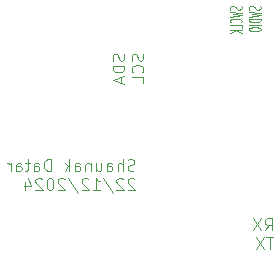
<source format=gbr>
%TF.GenerationSoftware,KiCad,Pcbnew,8.0.3*%
%TF.CreationDate,2024-12-22T23:45:43+05:30*%
%TF.ProjectId,STM32-pcb-design,53544d33-322d-4706-9362-2d6465736967,rev?*%
%TF.SameCoordinates,Original*%
%TF.FileFunction,Legend,Bot*%
%TF.FilePolarity,Positive*%
%FSLAX46Y46*%
G04 Gerber Fmt 4.6, Leading zero omitted, Abs format (unit mm)*
G04 Created by KiCad (PCBNEW 8.0.3) date 2024-12-22 23:45:43*
%MOMM*%
%LPD*%
G01*
G04 APERTURE LIST*
%ADD10C,0.100000*%
G04 APERTURE END LIST*
D10*
X121014687Y-53392475D02*
X121348020Y-52916284D01*
X121586115Y-53392475D02*
X121586115Y-52392475D01*
X121586115Y-52392475D02*
X121205163Y-52392475D01*
X121205163Y-52392475D02*
X121109925Y-52440094D01*
X121109925Y-52440094D02*
X121062306Y-52487713D01*
X121062306Y-52487713D02*
X121014687Y-52582951D01*
X121014687Y-52582951D02*
X121014687Y-52725808D01*
X121014687Y-52725808D02*
X121062306Y-52821046D01*
X121062306Y-52821046D02*
X121109925Y-52868665D01*
X121109925Y-52868665D02*
X121205163Y-52916284D01*
X121205163Y-52916284D02*
X121586115Y-52916284D01*
X120681353Y-52392475D02*
X120014687Y-53392475D01*
X120014687Y-52392475D02*
X120681353Y-53392475D01*
X121728972Y-54002419D02*
X121157544Y-54002419D01*
X121443258Y-55002419D02*
X121443258Y-54002419D01*
X120919448Y-54002419D02*
X120252782Y-55002419D01*
X120252782Y-54002419D02*
X120919448Y-55002419D01*
X119014856Y-34421027D02*
X119062475Y-34492455D01*
X119062475Y-34492455D02*
X119062475Y-34611503D01*
X119062475Y-34611503D02*
X119014856Y-34659122D01*
X119014856Y-34659122D02*
X118967236Y-34682931D01*
X118967236Y-34682931D02*
X118871998Y-34706741D01*
X118871998Y-34706741D02*
X118776760Y-34706741D01*
X118776760Y-34706741D02*
X118681522Y-34682931D01*
X118681522Y-34682931D02*
X118633903Y-34659122D01*
X118633903Y-34659122D02*
X118586284Y-34611503D01*
X118586284Y-34611503D02*
X118538665Y-34516265D01*
X118538665Y-34516265D02*
X118491046Y-34468646D01*
X118491046Y-34468646D02*
X118443427Y-34444836D01*
X118443427Y-34444836D02*
X118348189Y-34421027D01*
X118348189Y-34421027D02*
X118252951Y-34421027D01*
X118252951Y-34421027D02*
X118157713Y-34444836D01*
X118157713Y-34444836D02*
X118110094Y-34468646D01*
X118110094Y-34468646D02*
X118062475Y-34516265D01*
X118062475Y-34516265D02*
X118062475Y-34635312D01*
X118062475Y-34635312D02*
X118110094Y-34706741D01*
X118062475Y-34873407D02*
X119062475Y-34992455D01*
X119062475Y-34992455D02*
X118348189Y-35087693D01*
X118348189Y-35087693D02*
X119062475Y-35182931D01*
X119062475Y-35182931D02*
X118062475Y-35301979D01*
X118967236Y-35778169D02*
X119014856Y-35754360D01*
X119014856Y-35754360D02*
X119062475Y-35682931D01*
X119062475Y-35682931D02*
X119062475Y-35635312D01*
X119062475Y-35635312D02*
X119014856Y-35563884D01*
X119014856Y-35563884D02*
X118919617Y-35516265D01*
X118919617Y-35516265D02*
X118824379Y-35492455D01*
X118824379Y-35492455D02*
X118633903Y-35468646D01*
X118633903Y-35468646D02*
X118491046Y-35468646D01*
X118491046Y-35468646D02*
X118300570Y-35492455D01*
X118300570Y-35492455D02*
X118205332Y-35516265D01*
X118205332Y-35516265D02*
X118110094Y-35563884D01*
X118110094Y-35563884D02*
X118062475Y-35635312D01*
X118062475Y-35635312D02*
X118062475Y-35682931D01*
X118062475Y-35682931D02*
X118110094Y-35754360D01*
X118110094Y-35754360D02*
X118157713Y-35778169D01*
X119062475Y-36230550D02*
X119062475Y-35992455D01*
X119062475Y-35992455D02*
X118062475Y-35992455D01*
X119062475Y-36397217D02*
X118062475Y-36397217D01*
X119062475Y-36682931D02*
X118491046Y-36468646D01*
X118062475Y-36682931D02*
X118633903Y-36397217D01*
X120624800Y-34421027D02*
X120672419Y-34492455D01*
X120672419Y-34492455D02*
X120672419Y-34611503D01*
X120672419Y-34611503D02*
X120624800Y-34659122D01*
X120624800Y-34659122D02*
X120577180Y-34682931D01*
X120577180Y-34682931D02*
X120481942Y-34706741D01*
X120481942Y-34706741D02*
X120386704Y-34706741D01*
X120386704Y-34706741D02*
X120291466Y-34682931D01*
X120291466Y-34682931D02*
X120243847Y-34659122D01*
X120243847Y-34659122D02*
X120196228Y-34611503D01*
X120196228Y-34611503D02*
X120148609Y-34516265D01*
X120148609Y-34516265D02*
X120100990Y-34468646D01*
X120100990Y-34468646D02*
X120053371Y-34444836D01*
X120053371Y-34444836D02*
X119958133Y-34421027D01*
X119958133Y-34421027D02*
X119862895Y-34421027D01*
X119862895Y-34421027D02*
X119767657Y-34444836D01*
X119767657Y-34444836D02*
X119720038Y-34468646D01*
X119720038Y-34468646D02*
X119672419Y-34516265D01*
X119672419Y-34516265D02*
X119672419Y-34635312D01*
X119672419Y-34635312D02*
X119720038Y-34706741D01*
X119672419Y-34873407D02*
X120672419Y-34992455D01*
X120672419Y-34992455D02*
X119958133Y-35087693D01*
X119958133Y-35087693D02*
X120672419Y-35182931D01*
X120672419Y-35182931D02*
X119672419Y-35301979D01*
X120672419Y-35492455D02*
X119672419Y-35492455D01*
X119672419Y-35492455D02*
X119672419Y-35611503D01*
X119672419Y-35611503D02*
X119720038Y-35682931D01*
X119720038Y-35682931D02*
X119815276Y-35730550D01*
X119815276Y-35730550D02*
X119910514Y-35754360D01*
X119910514Y-35754360D02*
X120100990Y-35778169D01*
X120100990Y-35778169D02*
X120243847Y-35778169D01*
X120243847Y-35778169D02*
X120434323Y-35754360D01*
X120434323Y-35754360D02*
X120529561Y-35730550D01*
X120529561Y-35730550D02*
X120624800Y-35682931D01*
X120624800Y-35682931D02*
X120672419Y-35611503D01*
X120672419Y-35611503D02*
X120672419Y-35492455D01*
X120672419Y-35992455D02*
X119672419Y-35992455D01*
X119672419Y-36325788D02*
X119672419Y-36421026D01*
X119672419Y-36421026D02*
X119720038Y-36468645D01*
X119720038Y-36468645D02*
X119815276Y-36516264D01*
X119815276Y-36516264D02*
X120005752Y-36540074D01*
X120005752Y-36540074D02*
X120339085Y-36540074D01*
X120339085Y-36540074D02*
X120529561Y-36516264D01*
X120529561Y-36516264D02*
X120624800Y-36468645D01*
X120624800Y-36468645D02*
X120672419Y-36421026D01*
X120672419Y-36421026D02*
X120672419Y-36325788D01*
X120672419Y-36325788D02*
X120624800Y-36278169D01*
X120624800Y-36278169D02*
X120529561Y-36230550D01*
X120529561Y-36230550D02*
X120339085Y-36206741D01*
X120339085Y-36206741D02*
X120005752Y-36206741D01*
X120005752Y-36206741D02*
X119815276Y-36230550D01*
X119815276Y-36230550D02*
X119720038Y-36278169D01*
X119720038Y-36278169D02*
X119672419Y-36325788D01*
X109074856Y-38456265D02*
X109122475Y-38599122D01*
X109122475Y-38599122D02*
X109122475Y-38837217D01*
X109122475Y-38837217D02*
X109074856Y-38932455D01*
X109074856Y-38932455D02*
X109027236Y-38980074D01*
X109027236Y-38980074D02*
X108931998Y-39027693D01*
X108931998Y-39027693D02*
X108836760Y-39027693D01*
X108836760Y-39027693D02*
X108741522Y-38980074D01*
X108741522Y-38980074D02*
X108693903Y-38932455D01*
X108693903Y-38932455D02*
X108646284Y-38837217D01*
X108646284Y-38837217D02*
X108598665Y-38646741D01*
X108598665Y-38646741D02*
X108551046Y-38551503D01*
X108551046Y-38551503D02*
X108503427Y-38503884D01*
X108503427Y-38503884D02*
X108408189Y-38456265D01*
X108408189Y-38456265D02*
X108312951Y-38456265D01*
X108312951Y-38456265D02*
X108217713Y-38503884D01*
X108217713Y-38503884D02*
X108170094Y-38551503D01*
X108170094Y-38551503D02*
X108122475Y-38646741D01*
X108122475Y-38646741D02*
X108122475Y-38884836D01*
X108122475Y-38884836D02*
X108170094Y-39027693D01*
X109122475Y-39456265D02*
X108122475Y-39456265D01*
X108122475Y-39456265D02*
X108122475Y-39694360D01*
X108122475Y-39694360D02*
X108170094Y-39837217D01*
X108170094Y-39837217D02*
X108265332Y-39932455D01*
X108265332Y-39932455D02*
X108360570Y-39980074D01*
X108360570Y-39980074D02*
X108551046Y-40027693D01*
X108551046Y-40027693D02*
X108693903Y-40027693D01*
X108693903Y-40027693D02*
X108884379Y-39980074D01*
X108884379Y-39980074D02*
X108979617Y-39932455D01*
X108979617Y-39932455D02*
X109074856Y-39837217D01*
X109074856Y-39837217D02*
X109122475Y-39694360D01*
X109122475Y-39694360D02*
X109122475Y-39456265D01*
X108836760Y-40408646D02*
X108836760Y-40884836D01*
X109122475Y-40313408D02*
X108122475Y-40646741D01*
X108122475Y-40646741D02*
X109122475Y-40980074D01*
X110684800Y-38456265D02*
X110732419Y-38599122D01*
X110732419Y-38599122D02*
X110732419Y-38837217D01*
X110732419Y-38837217D02*
X110684800Y-38932455D01*
X110684800Y-38932455D02*
X110637180Y-38980074D01*
X110637180Y-38980074D02*
X110541942Y-39027693D01*
X110541942Y-39027693D02*
X110446704Y-39027693D01*
X110446704Y-39027693D02*
X110351466Y-38980074D01*
X110351466Y-38980074D02*
X110303847Y-38932455D01*
X110303847Y-38932455D02*
X110256228Y-38837217D01*
X110256228Y-38837217D02*
X110208609Y-38646741D01*
X110208609Y-38646741D02*
X110160990Y-38551503D01*
X110160990Y-38551503D02*
X110113371Y-38503884D01*
X110113371Y-38503884D02*
X110018133Y-38456265D01*
X110018133Y-38456265D02*
X109922895Y-38456265D01*
X109922895Y-38456265D02*
X109827657Y-38503884D01*
X109827657Y-38503884D02*
X109780038Y-38551503D01*
X109780038Y-38551503D02*
X109732419Y-38646741D01*
X109732419Y-38646741D02*
X109732419Y-38884836D01*
X109732419Y-38884836D02*
X109780038Y-39027693D01*
X110637180Y-40027693D02*
X110684800Y-39980074D01*
X110684800Y-39980074D02*
X110732419Y-39837217D01*
X110732419Y-39837217D02*
X110732419Y-39741979D01*
X110732419Y-39741979D02*
X110684800Y-39599122D01*
X110684800Y-39599122D02*
X110589561Y-39503884D01*
X110589561Y-39503884D02*
X110494323Y-39456265D01*
X110494323Y-39456265D02*
X110303847Y-39408646D01*
X110303847Y-39408646D02*
X110160990Y-39408646D01*
X110160990Y-39408646D02*
X109970514Y-39456265D01*
X109970514Y-39456265D02*
X109875276Y-39503884D01*
X109875276Y-39503884D02*
X109780038Y-39599122D01*
X109780038Y-39599122D02*
X109732419Y-39741979D01*
X109732419Y-39741979D02*
X109732419Y-39837217D01*
X109732419Y-39837217D02*
X109780038Y-39980074D01*
X109780038Y-39980074D02*
X109827657Y-40027693D01*
X110732419Y-40932455D02*
X110732419Y-40456265D01*
X110732419Y-40456265D02*
X109732419Y-40456265D01*
X109973734Y-48314856D02*
X109830877Y-48362475D01*
X109830877Y-48362475D02*
X109592782Y-48362475D01*
X109592782Y-48362475D02*
X109497544Y-48314856D01*
X109497544Y-48314856D02*
X109449925Y-48267236D01*
X109449925Y-48267236D02*
X109402306Y-48171998D01*
X109402306Y-48171998D02*
X109402306Y-48076760D01*
X109402306Y-48076760D02*
X109449925Y-47981522D01*
X109449925Y-47981522D02*
X109497544Y-47933903D01*
X109497544Y-47933903D02*
X109592782Y-47886284D01*
X109592782Y-47886284D02*
X109783258Y-47838665D01*
X109783258Y-47838665D02*
X109878496Y-47791046D01*
X109878496Y-47791046D02*
X109926115Y-47743427D01*
X109926115Y-47743427D02*
X109973734Y-47648189D01*
X109973734Y-47648189D02*
X109973734Y-47552951D01*
X109973734Y-47552951D02*
X109926115Y-47457713D01*
X109926115Y-47457713D02*
X109878496Y-47410094D01*
X109878496Y-47410094D02*
X109783258Y-47362475D01*
X109783258Y-47362475D02*
X109545163Y-47362475D01*
X109545163Y-47362475D02*
X109402306Y-47410094D01*
X108973734Y-48362475D02*
X108973734Y-47362475D01*
X108545163Y-48362475D02*
X108545163Y-47838665D01*
X108545163Y-47838665D02*
X108592782Y-47743427D01*
X108592782Y-47743427D02*
X108688020Y-47695808D01*
X108688020Y-47695808D02*
X108830877Y-47695808D01*
X108830877Y-47695808D02*
X108926115Y-47743427D01*
X108926115Y-47743427D02*
X108973734Y-47791046D01*
X107640401Y-48362475D02*
X107640401Y-47838665D01*
X107640401Y-47838665D02*
X107688020Y-47743427D01*
X107688020Y-47743427D02*
X107783258Y-47695808D01*
X107783258Y-47695808D02*
X107973734Y-47695808D01*
X107973734Y-47695808D02*
X108068972Y-47743427D01*
X107640401Y-48314856D02*
X107735639Y-48362475D01*
X107735639Y-48362475D02*
X107973734Y-48362475D01*
X107973734Y-48362475D02*
X108068972Y-48314856D01*
X108068972Y-48314856D02*
X108116591Y-48219617D01*
X108116591Y-48219617D02*
X108116591Y-48124379D01*
X108116591Y-48124379D02*
X108068972Y-48029141D01*
X108068972Y-48029141D02*
X107973734Y-47981522D01*
X107973734Y-47981522D02*
X107735639Y-47981522D01*
X107735639Y-47981522D02*
X107640401Y-47933903D01*
X106735639Y-47695808D02*
X106735639Y-48362475D01*
X107164210Y-47695808D02*
X107164210Y-48219617D01*
X107164210Y-48219617D02*
X107116591Y-48314856D01*
X107116591Y-48314856D02*
X107021353Y-48362475D01*
X107021353Y-48362475D02*
X106878496Y-48362475D01*
X106878496Y-48362475D02*
X106783258Y-48314856D01*
X106783258Y-48314856D02*
X106735639Y-48267236D01*
X106259448Y-47695808D02*
X106259448Y-48362475D01*
X106259448Y-47791046D02*
X106211829Y-47743427D01*
X106211829Y-47743427D02*
X106116591Y-47695808D01*
X106116591Y-47695808D02*
X105973734Y-47695808D01*
X105973734Y-47695808D02*
X105878496Y-47743427D01*
X105878496Y-47743427D02*
X105830877Y-47838665D01*
X105830877Y-47838665D02*
X105830877Y-48362475D01*
X104926115Y-48362475D02*
X104926115Y-47838665D01*
X104926115Y-47838665D02*
X104973734Y-47743427D01*
X104973734Y-47743427D02*
X105068972Y-47695808D01*
X105068972Y-47695808D02*
X105259448Y-47695808D01*
X105259448Y-47695808D02*
X105354686Y-47743427D01*
X104926115Y-48314856D02*
X105021353Y-48362475D01*
X105021353Y-48362475D02*
X105259448Y-48362475D01*
X105259448Y-48362475D02*
X105354686Y-48314856D01*
X105354686Y-48314856D02*
X105402305Y-48219617D01*
X105402305Y-48219617D02*
X105402305Y-48124379D01*
X105402305Y-48124379D02*
X105354686Y-48029141D01*
X105354686Y-48029141D02*
X105259448Y-47981522D01*
X105259448Y-47981522D02*
X105021353Y-47981522D01*
X105021353Y-47981522D02*
X104926115Y-47933903D01*
X104449924Y-48362475D02*
X104449924Y-47362475D01*
X104354686Y-47981522D02*
X104068972Y-48362475D01*
X104068972Y-47695808D02*
X104449924Y-48076760D01*
X102878495Y-48362475D02*
X102878495Y-47362475D01*
X102878495Y-47362475D02*
X102640400Y-47362475D01*
X102640400Y-47362475D02*
X102497543Y-47410094D01*
X102497543Y-47410094D02*
X102402305Y-47505332D01*
X102402305Y-47505332D02*
X102354686Y-47600570D01*
X102354686Y-47600570D02*
X102307067Y-47791046D01*
X102307067Y-47791046D02*
X102307067Y-47933903D01*
X102307067Y-47933903D02*
X102354686Y-48124379D01*
X102354686Y-48124379D02*
X102402305Y-48219617D01*
X102402305Y-48219617D02*
X102497543Y-48314856D01*
X102497543Y-48314856D02*
X102640400Y-48362475D01*
X102640400Y-48362475D02*
X102878495Y-48362475D01*
X101449924Y-48362475D02*
X101449924Y-47838665D01*
X101449924Y-47838665D02*
X101497543Y-47743427D01*
X101497543Y-47743427D02*
X101592781Y-47695808D01*
X101592781Y-47695808D02*
X101783257Y-47695808D01*
X101783257Y-47695808D02*
X101878495Y-47743427D01*
X101449924Y-48314856D02*
X101545162Y-48362475D01*
X101545162Y-48362475D02*
X101783257Y-48362475D01*
X101783257Y-48362475D02*
X101878495Y-48314856D01*
X101878495Y-48314856D02*
X101926114Y-48219617D01*
X101926114Y-48219617D02*
X101926114Y-48124379D01*
X101926114Y-48124379D02*
X101878495Y-48029141D01*
X101878495Y-48029141D02*
X101783257Y-47981522D01*
X101783257Y-47981522D02*
X101545162Y-47981522D01*
X101545162Y-47981522D02*
X101449924Y-47933903D01*
X101116590Y-47695808D02*
X100735638Y-47695808D01*
X100973733Y-47362475D02*
X100973733Y-48219617D01*
X100973733Y-48219617D02*
X100926114Y-48314856D01*
X100926114Y-48314856D02*
X100830876Y-48362475D01*
X100830876Y-48362475D02*
X100735638Y-48362475D01*
X99973733Y-48362475D02*
X99973733Y-47838665D01*
X99973733Y-47838665D02*
X100021352Y-47743427D01*
X100021352Y-47743427D02*
X100116590Y-47695808D01*
X100116590Y-47695808D02*
X100307066Y-47695808D01*
X100307066Y-47695808D02*
X100402304Y-47743427D01*
X99973733Y-48314856D02*
X100068971Y-48362475D01*
X100068971Y-48362475D02*
X100307066Y-48362475D01*
X100307066Y-48362475D02*
X100402304Y-48314856D01*
X100402304Y-48314856D02*
X100449923Y-48219617D01*
X100449923Y-48219617D02*
X100449923Y-48124379D01*
X100449923Y-48124379D02*
X100402304Y-48029141D01*
X100402304Y-48029141D02*
X100307066Y-47981522D01*
X100307066Y-47981522D02*
X100068971Y-47981522D01*
X100068971Y-47981522D02*
X99973733Y-47933903D01*
X99497542Y-48362475D02*
X99497542Y-47695808D01*
X99497542Y-47886284D02*
X99449923Y-47791046D01*
X99449923Y-47791046D02*
X99402304Y-47743427D01*
X99402304Y-47743427D02*
X99307066Y-47695808D01*
X99307066Y-47695808D02*
X99211828Y-47695808D01*
X109973734Y-49067657D02*
X109926115Y-49020038D01*
X109926115Y-49020038D02*
X109830877Y-48972419D01*
X109830877Y-48972419D02*
X109592782Y-48972419D01*
X109592782Y-48972419D02*
X109497544Y-49020038D01*
X109497544Y-49020038D02*
X109449925Y-49067657D01*
X109449925Y-49067657D02*
X109402306Y-49162895D01*
X109402306Y-49162895D02*
X109402306Y-49258133D01*
X109402306Y-49258133D02*
X109449925Y-49400990D01*
X109449925Y-49400990D02*
X110021353Y-49972419D01*
X110021353Y-49972419D02*
X109402306Y-49972419D01*
X109021353Y-49067657D02*
X108973734Y-49020038D01*
X108973734Y-49020038D02*
X108878496Y-48972419D01*
X108878496Y-48972419D02*
X108640401Y-48972419D01*
X108640401Y-48972419D02*
X108545163Y-49020038D01*
X108545163Y-49020038D02*
X108497544Y-49067657D01*
X108497544Y-49067657D02*
X108449925Y-49162895D01*
X108449925Y-49162895D02*
X108449925Y-49258133D01*
X108449925Y-49258133D02*
X108497544Y-49400990D01*
X108497544Y-49400990D02*
X109068972Y-49972419D01*
X109068972Y-49972419D02*
X108449925Y-49972419D01*
X107307068Y-48924800D02*
X108164210Y-50210514D01*
X106449925Y-49972419D02*
X107021353Y-49972419D01*
X106735639Y-49972419D02*
X106735639Y-48972419D01*
X106735639Y-48972419D02*
X106830877Y-49115276D01*
X106830877Y-49115276D02*
X106926115Y-49210514D01*
X106926115Y-49210514D02*
X107021353Y-49258133D01*
X106068972Y-49067657D02*
X106021353Y-49020038D01*
X106021353Y-49020038D02*
X105926115Y-48972419D01*
X105926115Y-48972419D02*
X105688020Y-48972419D01*
X105688020Y-48972419D02*
X105592782Y-49020038D01*
X105592782Y-49020038D02*
X105545163Y-49067657D01*
X105545163Y-49067657D02*
X105497544Y-49162895D01*
X105497544Y-49162895D02*
X105497544Y-49258133D01*
X105497544Y-49258133D02*
X105545163Y-49400990D01*
X105545163Y-49400990D02*
X106116591Y-49972419D01*
X106116591Y-49972419D02*
X105497544Y-49972419D01*
X104354687Y-48924800D02*
X105211829Y-50210514D01*
X104068972Y-49067657D02*
X104021353Y-49020038D01*
X104021353Y-49020038D02*
X103926115Y-48972419D01*
X103926115Y-48972419D02*
X103688020Y-48972419D01*
X103688020Y-48972419D02*
X103592782Y-49020038D01*
X103592782Y-49020038D02*
X103545163Y-49067657D01*
X103545163Y-49067657D02*
X103497544Y-49162895D01*
X103497544Y-49162895D02*
X103497544Y-49258133D01*
X103497544Y-49258133D02*
X103545163Y-49400990D01*
X103545163Y-49400990D02*
X104116591Y-49972419D01*
X104116591Y-49972419D02*
X103497544Y-49972419D01*
X102878496Y-48972419D02*
X102783258Y-48972419D01*
X102783258Y-48972419D02*
X102688020Y-49020038D01*
X102688020Y-49020038D02*
X102640401Y-49067657D01*
X102640401Y-49067657D02*
X102592782Y-49162895D01*
X102592782Y-49162895D02*
X102545163Y-49353371D01*
X102545163Y-49353371D02*
X102545163Y-49591466D01*
X102545163Y-49591466D02*
X102592782Y-49781942D01*
X102592782Y-49781942D02*
X102640401Y-49877180D01*
X102640401Y-49877180D02*
X102688020Y-49924800D01*
X102688020Y-49924800D02*
X102783258Y-49972419D01*
X102783258Y-49972419D02*
X102878496Y-49972419D01*
X102878496Y-49972419D02*
X102973734Y-49924800D01*
X102973734Y-49924800D02*
X103021353Y-49877180D01*
X103021353Y-49877180D02*
X103068972Y-49781942D01*
X103068972Y-49781942D02*
X103116591Y-49591466D01*
X103116591Y-49591466D02*
X103116591Y-49353371D01*
X103116591Y-49353371D02*
X103068972Y-49162895D01*
X103068972Y-49162895D02*
X103021353Y-49067657D01*
X103021353Y-49067657D02*
X102973734Y-49020038D01*
X102973734Y-49020038D02*
X102878496Y-48972419D01*
X102164210Y-49067657D02*
X102116591Y-49020038D01*
X102116591Y-49020038D02*
X102021353Y-48972419D01*
X102021353Y-48972419D02*
X101783258Y-48972419D01*
X101783258Y-48972419D02*
X101688020Y-49020038D01*
X101688020Y-49020038D02*
X101640401Y-49067657D01*
X101640401Y-49067657D02*
X101592782Y-49162895D01*
X101592782Y-49162895D02*
X101592782Y-49258133D01*
X101592782Y-49258133D02*
X101640401Y-49400990D01*
X101640401Y-49400990D02*
X102211829Y-49972419D01*
X102211829Y-49972419D02*
X101592782Y-49972419D01*
X100735639Y-49305752D02*
X100735639Y-49972419D01*
X100973734Y-48924800D02*
X101211829Y-49639085D01*
X101211829Y-49639085D02*
X100592782Y-49639085D01*
M02*

</source>
